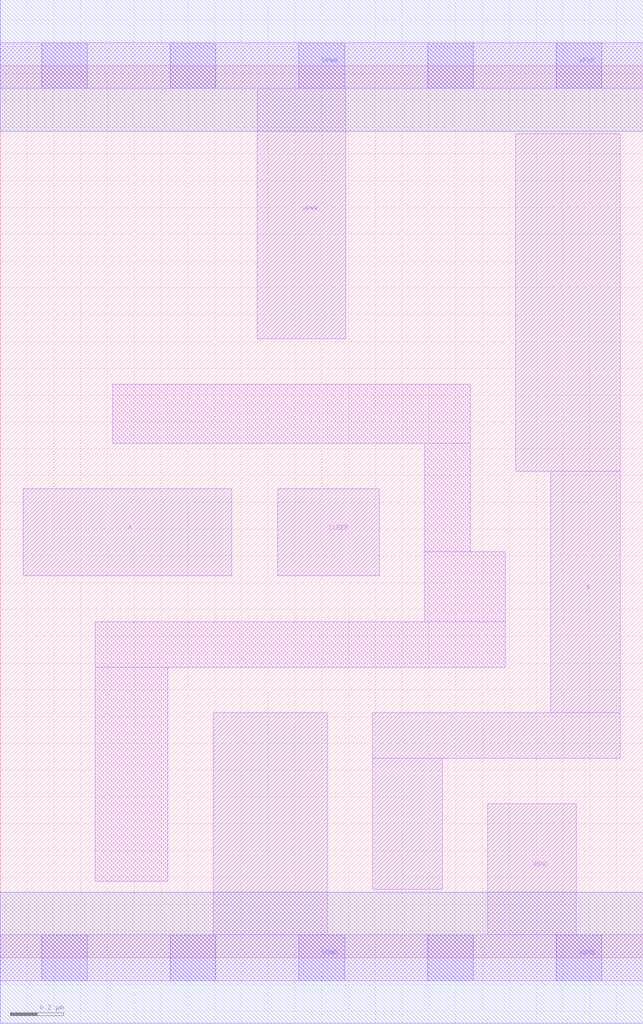
<source format=lef>
# Copyright 2020 The SkyWater PDK Authors
#
# Licensed under the Apache License, Version 2.0 (the "License");
# you may not use this file except in compliance with the License.
# You may obtain a copy of the License at
#
#     https://www.apache.org/licenses/LICENSE-2.0
#
# Unless required by applicable law or agreed to in writing, software
# distributed under the License is distributed on an "AS IS" BASIS,
# WITHOUT WARRANTIES OR CONDITIONS OF ANY KIND, either express or implied.
# See the License for the specific language governing permissions and
# limitations under the License.
#
# SPDX-License-Identifier: Apache-2.0

VERSION 5.7 ;
  NAMESCASESENSITIVE ON ;
  NOWIREEXTENSIONATPIN ON ;
  DIVIDERCHAR "/" ;
  BUSBITCHARS "[]" ;
UNITS
  DATABASE MICRONS 200 ;
END UNITS
MACRO sky130_fd_sc_lp__isobufsrc_1
  CLASS CORE ;
  SOURCE USER ;
  FOREIGN sky130_fd_sc_lp__isobufsrc_1 ;
  ORIGIN  0.000000  0.000000 ;
  SIZE  2.400000 BY  3.330000 ;
  SYMMETRY X Y ;
  SITE unit ;
  PIN A
    ANTENNAGATEAREA  0.126000 ;
    DIRECTION INPUT ;
    USE SIGNAL ;
    PORT
      LAYER li1 ;
        RECT 0.085000 1.425000 0.865000 1.750000 ;
    END
  END A
  PIN SLEEP
    ANTENNAGATEAREA  0.315000 ;
    DIRECTION INPUT ;
    USE SIGNAL ;
    PORT
      LAYER li1 ;
        RECT 1.035000 1.425000 1.415000 1.750000 ;
    END
  END SLEEP
  PIN X
    ANTENNADIFFAREA  0.852600 ;
    DIRECTION OUTPUT ;
    USE SIGNAL ;
    PORT
      LAYER li1 ;
        RECT 1.390000 0.255000 1.650000 0.745000 ;
        RECT 1.390000 0.745000 2.315000 0.915000 ;
        RECT 1.925000 1.815000 2.315000 3.075000 ;
        RECT 2.055000 0.915000 2.315000 1.815000 ;
    END
  END X
  PIN VGND
    DIRECTION INOUT ;
    USE GROUND ;
    PORT
      LAYER li1 ;
        RECT 0.000000 -0.085000 2.400000 0.085000 ;
        RECT 0.795000  0.085000 1.220000 0.915000 ;
        RECT 1.820000  0.085000 2.150000 0.575000 ;
      LAYER mcon ;
        RECT 0.155000 -0.085000 0.325000 0.085000 ;
        RECT 0.635000 -0.085000 0.805000 0.085000 ;
        RECT 1.115000 -0.085000 1.285000 0.085000 ;
        RECT 1.595000 -0.085000 1.765000 0.085000 ;
        RECT 2.075000 -0.085000 2.245000 0.085000 ;
      LAYER met1 ;
        RECT 0.000000 -0.245000 2.400000 0.245000 ;
    END
  END VGND
  PIN VPWR
    DIRECTION INOUT ;
    USE POWER ;
    PORT
      LAYER li1 ;
        RECT 0.000000 3.245000 2.400000 3.415000 ;
        RECT 0.960000 2.310000 1.290000 3.245000 ;
      LAYER mcon ;
        RECT 0.155000 3.245000 0.325000 3.415000 ;
        RECT 0.635000 3.245000 0.805000 3.415000 ;
        RECT 1.115000 3.245000 1.285000 3.415000 ;
        RECT 1.595000 3.245000 1.765000 3.415000 ;
        RECT 2.075000 3.245000 2.245000 3.415000 ;
      LAYER met1 ;
        RECT 0.000000 3.085000 2.400000 3.575000 ;
    END
  END VPWR
  OBS
    LAYER li1 ;
      RECT 0.355000 0.285000 0.625000 1.085000 ;
      RECT 0.355000 1.085000 1.885000 1.255000 ;
      RECT 0.420000 1.920000 1.755000 2.140000 ;
      RECT 1.585000 1.255000 1.885000 1.515000 ;
      RECT 1.585000 1.515000 1.755000 1.920000 ;
  END
END sky130_fd_sc_lp__isobufsrc_1

</source>
